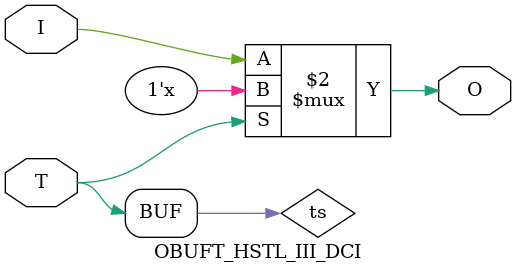
<source format=v>

/*

FUNCTION    : TRI-STATE OUTPUT BUFFER

*/

`celldefine
`timescale  100 ps / 10 ps

module OBUFT_HSTL_III_DCI (O, I, T);

    output O;

    input  I, T;

    or O1 (ts, 1'b0, T);
    bufif0 T1 (O, I, ts);

endmodule

</source>
